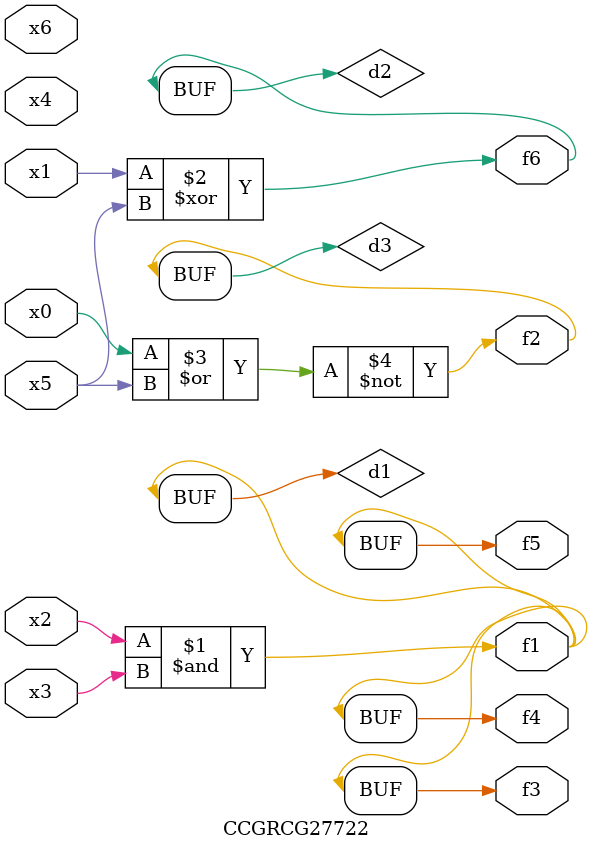
<source format=v>
module CCGRCG27722(
	input x0, x1, x2, x3, x4, x5, x6,
	output f1, f2, f3, f4, f5, f6
);

	wire d1, d2, d3;

	and (d1, x2, x3);
	xor (d2, x1, x5);
	nor (d3, x0, x5);
	assign f1 = d1;
	assign f2 = d3;
	assign f3 = d1;
	assign f4 = d1;
	assign f5 = d1;
	assign f6 = d2;
endmodule

</source>
